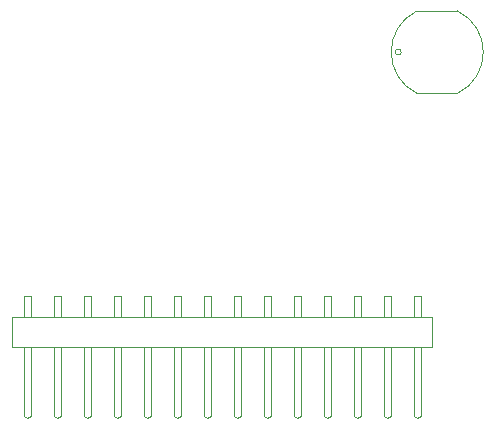
<source format=gbr>
%TF.GenerationSoftware,Altium Limited,Altium Designer,24.7.2 (38)*%
G04 Layer_Color=8388736*
%FSLAX43Y43*%
%MOMM*%
%TF.SameCoordinates,A6C98B59-F63B-4C8E-8392-574C2285590F*%
%TF.FilePolarity,Positive*%
%TF.FileFunction,Other,Bottom_Component_Outline*%
%TF.Part,Single*%
G01*
G75*
%TA.AperFunction,NonConductor*%
%ADD56C,0.100*%
D56*
X45150Y25075D02*
G03*
X45150Y25075I-250J0D01*
G01*
X49900Y21575D02*
G03*
X49900Y28575I-1684J3500D01*
G01*
X46500D02*
G03*
X46500Y21575I1684J-3500D01*
G01*
X49900D01*
X46500Y28575D02*
X49900D01*
X13170Y4440D02*
X13810D01*
X15710D02*
X16350D01*
X18250D02*
X18890D01*
X13170Y2620D02*
Y4440D01*
X13810Y2620D02*
Y4440D01*
X15710Y2620D02*
Y4440D01*
X16350Y2620D02*
Y4440D01*
X18250Y2620D02*
Y4440D01*
X18890Y2620D02*
Y4440D01*
X20790Y2620D02*
Y4440D01*
X12220Y80D02*
Y2620D01*
X13170Y-5720D02*
Y80D01*
X13810Y-5720D02*
Y80D01*
X15710Y-5720D02*
Y80D01*
X16350Y-5720D02*
Y80D01*
X18250Y-5720D02*
Y80D01*
X18890Y-5720D02*
Y80D01*
X13170Y-5720D02*
X13490Y-5920D01*
X13810Y-5720D01*
X15710D02*
X16030Y-5920D01*
X16350Y-5720D01*
X18250D02*
X18570Y-5920D01*
X18890Y-5720D01*
X20790Y4440D02*
X21430D01*
X25870D02*
X26510D01*
X28410D02*
X29050D01*
X23330D02*
X23970D01*
X21430Y2620D02*
Y4440D01*
X28410Y2620D02*
Y4440D01*
X29050Y2620D02*
Y4440D01*
X25870Y2620D02*
Y4440D01*
X26510Y2620D02*
Y4440D01*
X23330Y2620D02*
Y4440D01*
X23970Y2620D02*
Y4440D01*
X30950Y2620D02*
Y4440D01*
X12220Y2620D02*
X47780D01*
X12220Y80D02*
X47780D01*
X20790Y-5720D02*
Y80D01*
X21430Y-5720D02*
Y80D01*
X23330Y-5720D02*
Y80D01*
X23970Y-5720D02*
Y80D01*
X26510Y-5720D02*
Y80D01*
X25870Y-5720D02*
Y80D01*
X29050Y-5720D02*
Y80D01*
X28410Y-5720D02*
Y80D01*
X30950Y-5720D02*
Y80D01*
X20790Y-5720D02*
X21110Y-5920D01*
X28410Y-5720D02*
X28730Y-5920D01*
X21110D02*
X21430Y-5720D01*
X25870D02*
X26190Y-5920D01*
X23330Y-5720D02*
X23650Y-5920D01*
X23970Y-5720D01*
X26190Y-5920D02*
X26510Y-5720D01*
X28730Y-5920D02*
X29050Y-5720D01*
X30950Y4440D02*
X31590D01*
X33490D02*
X34130D01*
X36030D02*
X36670D01*
X38570D02*
X39210D01*
X41110D02*
X41750D01*
X31590Y2620D02*
Y4440D01*
X33490Y2620D02*
Y4440D01*
X34130Y2620D02*
Y4440D01*
X36030Y2620D02*
Y4440D01*
X38570Y2620D02*
Y4440D01*
X39210Y2620D02*
Y4440D01*
X41110Y2620D02*
Y4440D01*
X36670Y2620D02*
Y4440D01*
X41750Y2620D02*
Y4440D01*
X31590Y-5720D02*
Y80D01*
X33490Y-5720D02*
Y80D01*
X34130Y-5720D02*
Y80D01*
X36030Y-5720D02*
Y80D01*
X36670Y-5720D02*
Y80D01*
X39210Y-5720D02*
Y80D01*
X38570Y-5720D02*
Y80D01*
X41110Y-5720D02*
Y80D01*
X30950Y-5720D02*
X31270Y-5920D01*
X31590Y-5720D01*
X33490D02*
X33810Y-5920D01*
X34130Y-5720D01*
X36350Y-5920D02*
X36670Y-5720D01*
X36030D02*
X36350Y-5920D01*
X38890D02*
X39210Y-5720D01*
X38570D02*
X38890Y-5920D01*
X41110Y-5720D02*
X41430Y-5920D01*
X41750Y-5720D01*
Y80D01*
X43650Y2620D02*
Y4440D01*
Y-5720D02*
Y80D01*
Y-5720D02*
X43970Y-5920D01*
X43650Y4440D02*
X44290D01*
X43970Y-5920D02*
X44290Y-5720D01*
Y80D01*
Y2620D02*
Y4440D01*
X46190Y-5720D02*
X46510Y-5920D01*
X46830Y2620D02*
Y4440D01*
X46190Y-5720D02*
Y80D01*
X46830Y-5720D02*
Y80D01*
X47780D02*
Y2620D01*
X46190Y4440D02*
X46830D01*
X46190Y2620D02*
Y4440D01*
X46510Y-5920D02*
X46830Y-5720D01*
%TF.MD5,0583309a4b389c5a5bfbce780cabfd15*%
M02*

</source>
